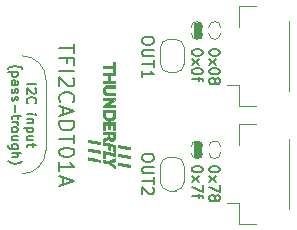
<source format=gbr>
%TF.GenerationSoftware,KiCad,Pcbnew,6.0.4-6f826c9f35~116~ubuntu20.04.1*%
%TF.CreationDate,2022-04-04T21:07:49+00:00*%
%TF.ProjectId,TFI2CADT01A,54464932-4341-4445-9430-31412e6b6963,rev?*%
%TF.SameCoordinates,PX7a53eb0PY6e37550*%
%TF.FileFunction,Legend,Top*%
%TF.FilePolarity,Positive*%
%FSLAX46Y46*%
G04 Gerber Fmt 4.6, Leading zero omitted, Abs format (unit mm)*
G04 Created by KiCad (PCBNEW 6.0.4-6f826c9f35~116~ubuntu20.04.1) date 2022-04-04 21:07:49*
%MOMM*%
%LPD*%
G01*
G04 APERTURE LIST*
%ADD10C,0.100000*%
%ADD11C,0.150000*%
%ADD12C,0.130000*%
%ADD13C,0.200000*%
G04 APERTURE END LIST*
D10*
X16646000Y9194000D02*
X17246000Y9194000D01*
X17246000Y9194000D02*
X17246000Y7894000D01*
X17246000Y7894000D02*
X16646000Y7894000D01*
X16646000Y7894000D02*
X16646000Y9194000D01*
G36*
X16646000Y9194000D02*
G01*
X17246000Y9194000D01*
X17246000Y7894000D01*
X16646000Y7894000D01*
X16646000Y9194000D01*
G37*
X16446000Y18394000D02*
G75*
G03*
X17446000Y18394000I500000J0D01*
G01*
X4146000Y14494000D02*
G75*
G03*
X2146001Y16494000I-2000000J0D01*
G01*
X18946000Y18894000D02*
G75*
G03*
X17946000Y18894000I-500000J0D01*
G01*
X17446000Y8794000D02*
G75*
G03*
X16446000Y8794000I-500000J0D01*
G01*
X18946000Y8794000D02*
G75*
G03*
X17946000Y8794000I-500000J0D01*
G01*
X17946000Y8294000D02*
G75*
G03*
X18946000Y8294000I500000J0D01*
G01*
X4146000Y8508214D02*
X4146001Y14479787D01*
X17446000Y18894000D02*
G75*
G03*
X16446000Y18894000I-500000J0D01*
G01*
X16446000Y8294000D02*
G75*
G03*
X17446000Y8294000I500000J0D01*
G01*
X16646000Y19294000D02*
X17246000Y19294000D01*
X17246000Y19294000D02*
X17246000Y17994000D01*
X17246000Y17994000D02*
X16646000Y17994000D01*
X16646000Y17994000D02*
X16646000Y19294000D01*
G36*
X16646000Y19294000D02*
G01*
X17246000Y19294000D01*
X17246000Y17994000D01*
X16646000Y17994000D01*
X16646000Y19294000D01*
G37*
X17946000Y18394000D02*
G75*
G03*
X18946000Y18394000I500000J0D01*
G01*
X2131786Y6508214D02*
G75*
G03*
X4131786Y8508213I14J1999986D01*
G01*
D11*
X13293619Y17870191D02*
X13293619Y17679715D01*
X13246000Y17584477D01*
X13150761Y17489239D01*
X12960285Y17441620D01*
X12626952Y17441620D01*
X12436476Y17489239D01*
X12341238Y17584477D01*
X12293619Y17679715D01*
X12293619Y17870191D01*
X12341238Y17965429D01*
X12436476Y18060667D01*
X12626952Y18108286D01*
X12960285Y18108286D01*
X13150761Y18060667D01*
X13246000Y17965429D01*
X13293619Y17870191D01*
X13293619Y17013048D02*
X12484095Y17013048D01*
X12388857Y16965429D01*
X12341238Y16917810D01*
X12293619Y16822572D01*
X12293619Y16632096D01*
X12341238Y16536858D01*
X12388857Y16489239D01*
X12484095Y16441620D01*
X13293619Y16441620D01*
X13293619Y16108286D02*
X13293619Y15536858D01*
X12293619Y15822572D02*
X13293619Y15822572D01*
X12293619Y14679715D02*
X12293619Y15251143D01*
X12293619Y14965429D02*
X13293619Y14965429D01*
X13150761Y15060667D01*
X13055523Y15155905D01*
X13007904Y15251143D01*
X2528095Y14084477D02*
X3328095Y14084477D01*
X3251904Y13741620D02*
X3290000Y13703524D01*
X3328095Y13627334D01*
X3328095Y13436858D01*
X3290000Y13360667D01*
X3251904Y13322572D01*
X3175714Y13284477D01*
X3099523Y13284477D01*
X2985238Y13322572D01*
X2528095Y13779715D01*
X2528095Y13284477D01*
X2604285Y12484477D02*
X2566190Y12522572D01*
X2528095Y12636858D01*
X2528095Y12713048D01*
X2566190Y12827334D01*
X2642380Y12903524D01*
X2718571Y12941620D01*
X2870952Y12979715D01*
X2985238Y12979715D01*
X3137619Y12941620D01*
X3213809Y12903524D01*
X3290000Y12827334D01*
X3328095Y12713048D01*
X3328095Y12636858D01*
X3290000Y12522572D01*
X3251904Y12484477D01*
X2528095Y11532096D02*
X3061428Y11532096D01*
X3328095Y11532096D02*
X3290000Y11570191D01*
X3251904Y11532096D01*
X3290000Y11494000D01*
X3328095Y11532096D01*
X3251904Y11532096D01*
X3061428Y11151143D02*
X2528095Y11151143D01*
X2985238Y11151143D02*
X3023333Y11113048D01*
X3061428Y11036858D01*
X3061428Y10922572D01*
X3023333Y10846381D01*
X2947142Y10808286D01*
X2528095Y10808286D01*
X3061428Y10427334D02*
X2261428Y10427334D01*
X3023333Y10427334D02*
X3061428Y10351143D01*
X3061428Y10198762D01*
X3023333Y10122572D01*
X2985238Y10084477D01*
X2909047Y10046381D01*
X2680476Y10046381D01*
X2604285Y10084477D01*
X2566190Y10122572D01*
X2528095Y10198762D01*
X2528095Y10351143D01*
X2566190Y10427334D01*
X3061428Y9360667D02*
X2528095Y9360667D01*
X3061428Y9703524D02*
X2642380Y9703524D01*
X2566190Y9665429D01*
X2528095Y9589239D01*
X2528095Y9474953D01*
X2566190Y9398762D01*
X2604285Y9360667D01*
X3061428Y9094001D02*
X3061428Y8789239D01*
X3328095Y8979715D02*
X2642380Y8979715D01*
X2566190Y8941620D01*
X2528095Y8865429D01*
X2528095Y8789239D01*
X935333Y15398762D02*
X973428Y15436858D01*
X1087714Y15513048D01*
X1163904Y15551143D01*
X1278190Y15589239D01*
X1468666Y15627334D01*
X1621047Y15627334D01*
X1811523Y15589239D01*
X1925809Y15551143D01*
X2002000Y15513048D01*
X2116285Y15436858D01*
X2154380Y15398762D01*
X1773428Y15094000D02*
X973428Y15094000D01*
X1735333Y15094000D02*
X1773428Y15017810D01*
X1773428Y14865429D01*
X1735333Y14789239D01*
X1697238Y14751143D01*
X1621047Y14713048D01*
X1392476Y14713048D01*
X1316285Y14751143D01*
X1278190Y14789239D01*
X1240095Y14865429D01*
X1240095Y15017810D01*
X1278190Y15094000D01*
X1240095Y14027334D02*
X1659142Y14027334D01*
X1735333Y14065429D01*
X1773428Y14141620D01*
X1773428Y14294000D01*
X1735333Y14370191D01*
X1278190Y14027334D02*
X1240095Y14103524D01*
X1240095Y14294000D01*
X1278190Y14370191D01*
X1354380Y14408286D01*
X1430571Y14408286D01*
X1506761Y14370191D01*
X1544857Y14294000D01*
X1544857Y14103524D01*
X1582952Y14027334D01*
X1278190Y13684477D02*
X1240095Y13608286D01*
X1240095Y13455905D01*
X1278190Y13379715D01*
X1354380Y13341620D01*
X1392476Y13341620D01*
X1468666Y13379715D01*
X1506761Y13455905D01*
X1506761Y13570191D01*
X1544857Y13646381D01*
X1621047Y13684477D01*
X1659142Y13684477D01*
X1735333Y13646381D01*
X1773428Y13570191D01*
X1773428Y13455905D01*
X1735333Y13379715D01*
X1278190Y13036858D02*
X1240095Y12960667D01*
X1240095Y12808286D01*
X1278190Y12732096D01*
X1354380Y12694000D01*
X1392476Y12694000D01*
X1468666Y12732096D01*
X1506761Y12808286D01*
X1506761Y12922572D01*
X1544857Y12998762D01*
X1621047Y13036858D01*
X1659142Y13036858D01*
X1735333Y12998762D01*
X1773428Y12922572D01*
X1773428Y12808286D01*
X1735333Y12732096D01*
X1544857Y12351143D02*
X1544857Y11741620D01*
X1773428Y11474953D02*
X1773428Y11170191D01*
X2040095Y11360667D02*
X1354380Y11360667D01*
X1278190Y11322572D01*
X1240095Y11246381D01*
X1240095Y11170191D01*
X1240095Y10903524D02*
X1773428Y10903524D01*
X1621047Y10903524D02*
X1697238Y10865429D01*
X1735333Y10827334D01*
X1773428Y10751143D01*
X1773428Y10674953D01*
X1240095Y10294000D02*
X1278190Y10370191D01*
X1316285Y10408286D01*
X1392476Y10446381D01*
X1621047Y10446381D01*
X1697238Y10408286D01*
X1735333Y10370191D01*
X1773428Y10294000D01*
X1773428Y10179715D01*
X1735333Y10103524D01*
X1697238Y10065429D01*
X1621047Y10027334D01*
X1392476Y10027334D01*
X1316285Y10065429D01*
X1278190Y10103524D01*
X1240095Y10179715D01*
X1240095Y10294000D01*
X1773428Y9341620D02*
X1240095Y9341620D01*
X1773428Y9684477D02*
X1354380Y9684477D01*
X1278190Y9646381D01*
X1240095Y9570191D01*
X1240095Y9455905D01*
X1278190Y9379715D01*
X1316285Y9341620D01*
X1773428Y8617810D02*
X1125809Y8617810D01*
X1049619Y8655905D01*
X1011523Y8694000D01*
X973428Y8770191D01*
X973428Y8884477D01*
X1011523Y8960667D01*
X1278190Y8617810D02*
X1240095Y8694000D01*
X1240095Y8846381D01*
X1278190Y8922572D01*
X1316285Y8960667D01*
X1392476Y8998762D01*
X1621047Y8998762D01*
X1697238Y8960667D01*
X1735333Y8922572D01*
X1773428Y8846381D01*
X1773428Y8694000D01*
X1735333Y8617810D01*
X1240095Y8236858D02*
X2040095Y8236858D01*
X1240095Y7894000D02*
X1659142Y7894000D01*
X1735333Y7932096D01*
X1773428Y8008286D01*
X1773428Y8122572D01*
X1735333Y8198762D01*
X1697238Y8236858D01*
X935333Y7589239D02*
X973428Y7551143D01*
X1087714Y7474953D01*
X1163904Y7436858D01*
X1278190Y7398762D01*
X1468666Y7360667D01*
X1621047Y7360667D01*
X1811523Y7398762D01*
X1925809Y7436858D01*
X2002000Y7474953D01*
X2116285Y7551143D01*
X2154380Y7589239D01*
D12*
X18863357Y6923786D02*
X18863357Y6838072D01*
X18820500Y6752358D01*
X18777642Y6709500D01*
X18691928Y6666643D01*
X18520500Y6623786D01*
X18306214Y6623786D01*
X18134785Y6666643D01*
X18049071Y6709500D01*
X18006214Y6752358D01*
X17963357Y6838072D01*
X17963357Y6923786D01*
X18006214Y7009500D01*
X18049071Y7052358D01*
X18134785Y7095215D01*
X18306214Y7138072D01*
X18520500Y7138072D01*
X18691928Y7095215D01*
X18777642Y7052358D01*
X18820500Y7009500D01*
X18863357Y6923786D01*
X17963357Y6323786D02*
X18563357Y5852358D01*
X18563357Y6323786D02*
X17963357Y5852358D01*
X18863357Y5595215D02*
X18863357Y4995215D01*
X17963357Y5380929D01*
X18477642Y4523786D02*
X18520500Y4609500D01*
X18563357Y4652358D01*
X18649071Y4695215D01*
X18691928Y4695215D01*
X18777642Y4652358D01*
X18820500Y4609500D01*
X18863357Y4523786D01*
X18863357Y4352358D01*
X18820500Y4266643D01*
X18777642Y4223786D01*
X18691928Y4180929D01*
X18649071Y4180929D01*
X18563357Y4223786D01*
X18520500Y4266643D01*
X18477642Y4352358D01*
X18477642Y4523786D01*
X18434785Y4609500D01*
X18391928Y4652358D01*
X18306214Y4695215D01*
X18134785Y4695215D01*
X18049071Y4652358D01*
X18006214Y4609500D01*
X17963357Y4523786D01*
X17963357Y4352358D01*
X18006214Y4266643D01*
X18049071Y4223786D01*
X18134785Y4180929D01*
X18306214Y4180929D01*
X18391928Y4223786D01*
X18434785Y4266643D01*
X18477642Y4352358D01*
X17414357Y6923786D02*
X17414357Y6838072D01*
X17371500Y6752358D01*
X17328642Y6709500D01*
X17242928Y6666643D01*
X17071500Y6623786D01*
X16857214Y6623786D01*
X16685785Y6666643D01*
X16600071Y6709500D01*
X16557214Y6752358D01*
X16514357Y6838072D01*
X16514357Y6923786D01*
X16557214Y7009500D01*
X16600071Y7052358D01*
X16685785Y7095215D01*
X16857214Y7138072D01*
X17071500Y7138072D01*
X17242928Y7095215D01*
X17328642Y7052358D01*
X17371500Y7009500D01*
X17414357Y6923786D01*
X16514357Y6323786D02*
X17114357Y5852358D01*
X17114357Y6323786D02*
X16514357Y5852358D01*
X17414357Y5595215D02*
X17414357Y4995215D01*
X16514357Y5380929D01*
X17114357Y4780929D02*
X17114357Y4438072D01*
X16514357Y4652358D02*
X17285785Y4652358D01*
X17371500Y4609500D01*
X17414357Y4523786D01*
X17414357Y4438072D01*
D11*
X13293619Y7970191D02*
X13293619Y7779715D01*
X13246000Y7684477D01*
X13150761Y7589239D01*
X12960285Y7541620D01*
X12626952Y7541620D01*
X12436476Y7589239D01*
X12341238Y7684477D01*
X12293619Y7779715D01*
X12293619Y7970191D01*
X12341238Y8065429D01*
X12436476Y8160667D01*
X12626952Y8208286D01*
X12960285Y8208286D01*
X13150761Y8160667D01*
X13246000Y8065429D01*
X13293619Y7970191D01*
X13293619Y7113048D02*
X12484095Y7113048D01*
X12388857Y7065429D01*
X12341238Y7017810D01*
X12293619Y6922572D01*
X12293619Y6732096D01*
X12341238Y6636858D01*
X12388857Y6589239D01*
X12484095Y6541620D01*
X13293619Y6541620D01*
X13293619Y6208286D02*
X13293619Y5636858D01*
X12293619Y5922572D02*
X13293619Y5922572D01*
X13198380Y5351143D02*
X13246000Y5303524D01*
X13293619Y5208286D01*
X13293619Y4970191D01*
X13246000Y4874953D01*
X13198380Y4827334D01*
X13103142Y4779715D01*
X13007904Y4779715D01*
X12865047Y4827334D01*
X12293619Y5398762D01*
X12293619Y4779715D01*
D13*
X6557904Y17498762D02*
X6557904Y16755905D01*
X5257904Y17127334D02*
X6557904Y17127334D01*
X5938857Y15889239D02*
X5938857Y16322572D01*
X5257904Y16322572D02*
X6557904Y16322572D01*
X6557904Y15703524D01*
X5257904Y15208286D02*
X6557904Y15208286D01*
X6434095Y14651143D02*
X6496000Y14589239D01*
X6557904Y14465429D01*
X6557904Y14155905D01*
X6496000Y14032096D01*
X6434095Y13970191D01*
X6310285Y13908286D01*
X6186476Y13908286D01*
X6000761Y13970191D01*
X5257904Y14713048D01*
X5257904Y13908286D01*
X5381714Y12608286D02*
X5319809Y12670191D01*
X5257904Y12855905D01*
X5257904Y12979715D01*
X5319809Y13165429D01*
X5443619Y13289239D01*
X5567428Y13351143D01*
X5815047Y13413048D01*
X6000761Y13413048D01*
X6248380Y13351143D01*
X6372190Y13289239D01*
X6496000Y13165429D01*
X6557904Y12979715D01*
X6557904Y12855905D01*
X6496000Y12670191D01*
X6434095Y12608286D01*
X5629333Y12113048D02*
X5629333Y11494000D01*
X5257904Y12236858D02*
X6557904Y11803524D01*
X5257904Y11370191D01*
X5257904Y10936858D02*
X6557904Y10936858D01*
X6557904Y10627334D01*
X6496000Y10441620D01*
X6372190Y10317810D01*
X6248380Y10255905D01*
X6000761Y10194000D01*
X5815047Y10194000D01*
X5567428Y10255905D01*
X5443619Y10317810D01*
X5319809Y10441620D01*
X5257904Y10627334D01*
X5257904Y10936858D01*
X6557904Y9822572D02*
X6557904Y9079715D01*
X5257904Y9451143D02*
X6557904Y9451143D01*
X6557904Y8398762D02*
X6557904Y8274953D01*
X6496000Y8151143D01*
X6434095Y8089239D01*
X6310285Y8027334D01*
X6062666Y7965429D01*
X5753142Y7965429D01*
X5505523Y8027334D01*
X5381714Y8089239D01*
X5319809Y8151143D01*
X5257904Y8274953D01*
X5257904Y8398762D01*
X5319809Y8522572D01*
X5381714Y8584477D01*
X5505523Y8646381D01*
X5753142Y8708286D01*
X6062666Y8708286D01*
X6310285Y8646381D01*
X6434095Y8584477D01*
X6496000Y8522572D01*
X6557904Y8398762D01*
X5257904Y6727334D02*
X5257904Y7470191D01*
X5257904Y7098762D02*
X6557904Y7098762D01*
X6372190Y7222572D01*
X6248380Y7346381D01*
X6186476Y7470191D01*
X5629333Y6232096D02*
X5629333Y5613048D01*
X5257904Y6355905D02*
X6557904Y5922572D01*
X5257904Y5489239D01*
D12*
X18863357Y16823786D02*
X18863357Y16738072D01*
X18820500Y16652358D01*
X18777642Y16609500D01*
X18691928Y16566643D01*
X18520500Y16523786D01*
X18306214Y16523786D01*
X18134785Y16566643D01*
X18049071Y16609500D01*
X18006214Y16652358D01*
X17963357Y16738072D01*
X17963357Y16823786D01*
X18006214Y16909500D01*
X18049071Y16952358D01*
X18134785Y16995215D01*
X18306214Y17038072D01*
X18520500Y17038072D01*
X18691928Y16995215D01*
X18777642Y16952358D01*
X18820500Y16909500D01*
X18863357Y16823786D01*
X17963357Y16223786D02*
X18563357Y15752358D01*
X18563357Y16223786D02*
X17963357Y15752358D01*
X18863357Y15238072D02*
X18863357Y15152358D01*
X18820500Y15066643D01*
X18777642Y15023786D01*
X18691928Y14980929D01*
X18520500Y14938072D01*
X18306214Y14938072D01*
X18134785Y14980929D01*
X18049071Y15023786D01*
X18006214Y15066643D01*
X17963357Y15152358D01*
X17963357Y15238072D01*
X18006214Y15323786D01*
X18049071Y15366643D01*
X18134785Y15409500D01*
X18306214Y15452358D01*
X18520500Y15452358D01*
X18691928Y15409500D01*
X18777642Y15366643D01*
X18820500Y15323786D01*
X18863357Y15238072D01*
X18477642Y14423786D02*
X18520500Y14509500D01*
X18563357Y14552358D01*
X18649071Y14595215D01*
X18691928Y14595215D01*
X18777642Y14552358D01*
X18820500Y14509500D01*
X18863357Y14423786D01*
X18863357Y14252358D01*
X18820500Y14166643D01*
X18777642Y14123786D01*
X18691928Y14080929D01*
X18649071Y14080929D01*
X18563357Y14123786D01*
X18520500Y14166643D01*
X18477642Y14252358D01*
X18477642Y14423786D01*
X18434785Y14509500D01*
X18391928Y14552358D01*
X18306214Y14595215D01*
X18134785Y14595215D01*
X18049071Y14552358D01*
X18006214Y14509500D01*
X17963357Y14423786D01*
X17963357Y14252358D01*
X18006214Y14166643D01*
X18049071Y14123786D01*
X18134785Y14080929D01*
X18306214Y14080929D01*
X18391928Y14123786D01*
X18434785Y14166643D01*
X18477642Y14252358D01*
X17414357Y16823786D02*
X17414357Y16738072D01*
X17371500Y16652358D01*
X17328642Y16609500D01*
X17242928Y16566643D01*
X17071500Y16523786D01*
X16857214Y16523786D01*
X16685785Y16566643D01*
X16600071Y16609500D01*
X16557214Y16652358D01*
X16514357Y16738072D01*
X16514357Y16823786D01*
X16557214Y16909500D01*
X16600071Y16952358D01*
X16685785Y16995215D01*
X16857214Y17038072D01*
X17071500Y17038072D01*
X17242928Y16995215D01*
X17328642Y16952358D01*
X17371500Y16909500D01*
X17414357Y16823786D01*
X16514357Y16223786D02*
X17114357Y15752358D01*
X17114357Y16223786D02*
X16514357Y15752358D01*
X17414357Y15238072D02*
X17414357Y15152358D01*
X17371500Y15066643D01*
X17328642Y15023786D01*
X17242928Y14980929D01*
X17071500Y14938072D01*
X16857214Y14938072D01*
X16685785Y14980929D01*
X16600071Y15023786D01*
X16557214Y15066643D01*
X16514357Y15152358D01*
X16514357Y15238072D01*
X16557214Y15323786D01*
X16600071Y15366643D01*
X16685785Y15409500D01*
X16857214Y15452358D01*
X17071500Y15452358D01*
X17242928Y15409500D01*
X17328642Y15366643D01*
X17371500Y15323786D01*
X17414357Y15238072D01*
X17114357Y14680929D02*
X17114357Y14338072D01*
X16514357Y14552358D02*
X17285785Y14552358D01*
X17371500Y14509500D01*
X17414357Y14423786D01*
X17414357Y14338072D01*
D10*
%TO.C,JP1*%
X15146000Y5094000D02*
X14546000Y5094000D01*
X14546000Y7894000D02*
X15146000Y7894000D01*
X15846000Y7194000D02*
X15846000Y5794000D01*
X13846000Y5794000D02*
X13846000Y7194000D01*
X13846000Y5794000D02*
G75*
G03*
X14546000Y5094000I700000J0D01*
G01*
X14546000Y7894000D02*
G75*
G03*
X13846000Y7194000I-1J-699999D01*
G01*
X15846000Y7194000D02*
G75*
G03*
X15146000Y7894000I-699999J1D01*
G01*
X15146000Y5094000D02*
G75*
G03*
X15846000Y5794000I0J700000D01*
G01*
%TO.C,JP2*%
X15146000Y15094000D02*
X14546000Y15094000D01*
X14546000Y17894000D02*
X15146000Y17894000D01*
X15846000Y17194000D02*
X15846000Y15794000D01*
X13846000Y15794000D02*
X13846000Y17194000D01*
X13846000Y15794000D02*
G75*
G03*
X14546000Y15094000I699999J-1D01*
G01*
X15846000Y17194000D02*
G75*
G03*
X15146000Y17894000I-700000J0D01*
G01*
X15146000Y15094000D02*
G75*
G03*
X15846000Y15794000I1J699999D01*
G01*
X14546000Y17894000D02*
G75*
G03*
X13846000Y17194000I0J-700000D01*
G01*
%TO.C,G1*%
G36*
X7714123Y9386487D02*
G01*
X7723334Y9384835D01*
X7744434Y9381102D01*
X7776393Y9375469D01*
X7818179Y9368118D01*
X7868761Y9359229D01*
X7927110Y9348984D01*
X7992193Y9337564D01*
X8062980Y9325149D01*
X8138441Y9311921D01*
X8217544Y9298060D01*
X8232209Y9295492D01*
X8732259Y9207901D01*
X8732273Y9114446D01*
X8731943Y9074735D01*
X8730867Y9046883D01*
X8728942Y9029651D01*
X8726062Y9021797D01*
X8724406Y9020992D01*
X8716845Y9022102D01*
X8697366Y9025317D01*
X8666969Y9030464D01*
X8626653Y9037371D01*
X8577419Y9045863D01*
X8520265Y9055769D01*
X8456192Y9066915D01*
X8386199Y9079128D01*
X8311284Y9092236D01*
X8232449Y9106065D01*
X8212742Y9109528D01*
X8133144Y9123502D01*
X8057256Y9136798D01*
X7986072Y9149242D01*
X7920589Y9160662D01*
X7861803Y9170885D01*
X7810709Y9179738D01*
X7768303Y9187048D01*
X7735580Y9192643D01*
X7713538Y9196349D01*
X7703171Y9197995D01*
X7702523Y9198064D01*
X7699950Y9204382D01*
X7697959Y9222395D01*
X7696643Y9250691D01*
X7696098Y9287858D01*
X7696088Y9293978D01*
X7696088Y9389892D01*
X7714123Y9386487D01*
G37*
X7714123Y9386487D02*
X7723334Y9384835D01*
X7744434Y9381102D01*
X7776393Y9375469D01*
X7818179Y9368118D01*
X7868761Y9359229D01*
X7927110Y9348984D01*
X7992193Y9337564D01*
X8062980Y9325149D01*
X8138441Y9311921D01*
X8217544Y9298060D01*
X8232209Y9295492D01*
X8732259Y9207901D01*
X8732273Y9114446D01*
X8731943Y9074735D01*
X8730867Y9046883D01*
X8728942Y9029651D01*
X8726062Y9021797D01*
X8724406Y9020992D01*
X8716845Y9022102D01*
X8697366Y9025317D01*
X8666969Y9030464D01*
X8626653Y9037371D01*
X8577419Y9045863D01*
X8520265Y9055769D01*
X8456192Y9066915D01*
X8386199Y9079128D01*
X8311284Y9092236D01*
X8232449Y9106065D01*
X8212742Y9109528D01*
X8133144Y9123502D01*
X8057256Y9136798D01*
X7986072Y9149242D01*
X7920589Y9160662D01*
X7861803Y9170885D01*
X7810709Y9179738D01*
X7768303Y9187048D01*
X7735580Y9192643D01*
X7713538Y9196349D01*
X7703171Y9197995D01*
X7702523Y9198064D01*
X7699950Y9204382D01*
X7697959Y9222395D01*
X7696643Y9250691D01*
X7696098Y9287858D01*
X7696088Y9293978D01*
X7696088Y9389892D01*
X7714123Y9386487D01*
G36*
X10283455Y8193543D02*
G01*
X10303025Y8190349D01*
X10333099Y8185282D01*
X10372476Y8178555D01*
X10419951Y8170379D01*
X10474322Y8160966D01*
X10534387Y8150526D01*
X10598941Y8139271D01*
X10666781Y8127413D01*
X10736706Y8115162D01*
X10807511Y8102730D01*
X10877994Y8090328D01*
X10946952Y8078169D01*
X11013181Y8066462D01*
X11075479Y8055419D01*
X11132643Y8045252D01*
X11183469Y8036172D01*
X11226755Y8028391D01*
X11261297Y8022119D01*
X11285893Y8017568D01*
X11299339Y8014949D01*
X11301472Y8014444D01*
X11304982Y8009192D01*
X11307430Y7995522D01*
X11308932Y7972070D01*
X11309606Y7937472D01*
X11309669Y7918672D01*
X11309669Y7825906D01*
X11291634Y7828613D01*
X11282433Y7830154D01*
X11261339Y7833782D01*
X11229381Y7839320D01*
X11187585Y7846586D01*
X11136978Y7855403D01*
X11078587Y7865592D01*
X11013439Y7876972D01*
X10942562Y7889366D01*
X10866982Y7902593D01*
X10787727Y7916475D01*
X10770279Y7919533D01*
X10266959Y8007746D01*
X10266935Y8101201D01*
X10267185Y8139533D01*
X10268056Y8166400D01*
X10269701Y8183445D01*
X10272274Y8192311D01*
X10275593Y8194655D01*
X10283455Y8193543D01*
G37*
X10283455Y8193543D02*
X10303025Y8190349D01*
X10333099Y8185282D01*
X10372476Y8178555D01*
X10419951Y8170379D01*
X10474322Y8160966D01*
X10534387Y8150526D01*
X10598941Y8139271D01*
X10666781Y8127413D01*
X10736706Y8115162D01*
X10807511Y8102730D01*
X10877994Y8090328D01*
X10946952Y8078169D01*
X11013181Y8066462D01*
X11075479Y8055419D01*
X11132643Y8045252D01*
X11183469Y8036172D01*
X11226755Y8028391D01*
X11261297Y8022119D01*
X11285893Y8017568D01*
X11299339Y8014949D01*
X11301472Y8014444D01*
X11304982Y8009192D01*
X11307430Y7995522D01*
X11308932Y7972070D01*
X11309606Y7937472D01*
X11309669Y7918672D01*
X11309669Y7825906D01*
X11291634Y7828613D01*
X11282433Y7830154D01*
X11261339Y7833782D01*
X11229381Y7839320D01*
X11187585Y7846586D01*
X11136978Y7855403D01*
X11078587Y7865592D01*
X11013439Y7876972D01*
X10942562Y7889366D01*
X10866982Y7902593D01*
X10787727Y7916475D01*
X10770279Y7919533D01*
X10266959Y8007746D01*
X10266935Y8101201D01*
X10267185Y8139533D01*
X10268056Y8166400D01*
X10269701Y8183445D01*
X10272274Y8192311D01*
X10275593Y8194655D01*
X10283455Y8193543D01*
G36*
X8996256Y9164046D02*
G01*
X9004928Y9162500D01*
X9025501Y9158870D01*
X9056957Y9153334D01*
X9098278Y9146073D01*
X9148445Y9137264D01*
X9206439Y9127086D01*
X9271242Y9115718D01*
X9341836Y9103339D01*
X9417202Y9090127D01*
X9496322Y9076262D01*
X9514337Y9073106D01*
X10017663Y8984921D01*
X10017681Y8678324D01*
X10017583Y8616312D01*
X10017295Y8558494D01*
X10016837Y8506155D01*
X10016230Y8460581D01*
X10015495Y8423055D01*
X10014652Y8394863D01*
X10013721Y8377290D01*
X10012781Y8371601D01*
X10004823Y8372597D01*
X9986482Y8375413D01*
X9960300Y8379644D01*
X9928820Y8384886D01*
X9921053Y8386199D01*
X9834245Y8400923D01*
X9832517Y8613876D01*
X9830790Y8826829D01*
X9732417Y8844894D01*
X9697311Y8851228D01*
X9666168Y8856634D01*
X9641553Y8860685D01*
X9626033Y8862950D01*
X9622566Y8863277D01*
X9619024Y8862561D01*
X9616293Y8859196D01*
X9614269Y8851690D01*
X9612846Y8838550D01*
X9611922Y8818281D01*
X9611390Y8789392D01*
X9611148Y8750387D01*
X9611090Y8699775D01*
X9611090Y8699197D01*
X9611037Y8648539D01*
X9610810Y8609531D01*
X9610304Y8580709D01*
X9609415Y8560605D01*
X9608038Y8547755D01*
X9606068Y8540693D01*
X9603402Y8537953D01*
X9599935Y8538069D01*
X9599613Y8538160D01*
X9589744Y8540344D01*
X9570474Y8544105D01*
X9544913Y8548882D01*
X9516173Y8554118D01*
X9487365Y8559250D01*
X9461601Y8563722D01*
X9441990Y8566972D01*
X9431646Y8568442D01*
X9431046Y8568474D01*
X9430070Y8574741D01*
X9429194Y8592377D01*
X9428456Y8619635D01*
X9427895Y8654767D01*
X9427547Y8696026D01*
X9427449Y8734069D01*
X9427439Y8899664D01*
X9281528Y8924891D01*
X9233431Y8933215D01*
X9184210Y8941747D01*
X9137220Y8949904D01*
X9095818Y8957105D01*
X9063359Y8962767D01*
X9058559Y8963606D01*
X8981500Y8977095D01*
X8981500Y9071948D01*
X8981552Y9108912D01*
X8981915Y9134692D01*
X8982898Y9151222D01*
X8984812Y9160436D01*
X8987965Y9164268D01*
X8992668Y9164649D01*
X8996256Y9164046D01*
G37*
X8996256Y9164046D02*
X9004928Y9162500D01*
X9025501Y9158870D01*
X9056957Y9153334D01*
X9098278Y9146073D01*
X9148445Y9137264D01*
X9206439Y9127086D01*
X9271242Y9115718D01*
X9341836Y9103339D01*
X9417202Y9090127D01*
X9496322Y9076262D01*
X9514337Y9073106D01*
X10017663Y8984921D01*
X10017681Y8678324D01*
X10017583Y8616312D01*
X10017295Y8558494D01*
X10016837Y8506155D01*
X10016230Y8460581D01*
X10015495Y8423055D01*
X10014652Y8394863D01*
X10013721Y8377290D01*
X10012781Y8371601D01*
X10004823Y8372597D01*
X9986482Y8375413D01*
X9960300Y8379644D01*
X9928820Y8384886D01*
X9921053Y8386199D01*
X9834245Y8400923D01*
X9832517Y8613876D01*
X9830790Y8826829D01*
X9732417Y8844894D01*
X9697311Y8851228D01*
X9666168Y8856634D01*
X9641553Y8860685D01*
X9626033Y8862950D01*
X9622566Y8863277D01*
X9619024Y8862561D01*
X9616293Y8859196D01*
X9614269Y8851690D01*
X9612846Y8838550D01*
X9611922Y8818281D01*
X9611390Y8789392D01*
X9611148Y8750387D01*
X9611090Y8699775D01*
X9611090Y8699197D01*
X9611037Y8648539D01*
X9610810Y8609531D01*
X9610304Y8580709D01*
X9609415Y8560605D01*
X9608038Y8547755D01*
X9606068Y8540693D01*
X9603402Y8537953D01*
X9599935Y8538069D01*
X9599613Y8538160D01*
X9589744Y8540344D01*
X9570474Y8544105D01*
X9544913Y8548882D01*
X9516173Y8554118D01*
X9487365Y8559250D01*
X9461601Y8563722D01*
X9441990Y8566972D01*
X9431646Y8568442D01*
X9431046Y8568474D01*
X9430070Y8574741D01*
X9429194Y8592377D01*
X9428456Y8619635D01*
X9427895Y8654767D01*
X9427547Y8696026D01*
X9427449Y8734069D01*
X9427439Y8899664D01*
X9281528Y8924891D01*
X9233431Y8933215D01*
X9184210Y8941747D01*
X9137220Y8949904D01*
X9095818Y8957105D01*
X9063359Y8962767D01*
X9058559Y8963606D01*
X8981500Y8977095D01*
X8981500Y9071948D01*
X8981552Y9108912D01*
X8981915Y9134692D01*
X8982898Y9151222D01*
X8984812Y9160436D01*
X8987965Y9164268D01*
X8992668Y9164649D01*
X8996256Y9164046D01*
G36*
X10017699Y12754021D02*
G01*
X9684870Y12533642D01*
X9352040Y12313263D01*
X9684870Y12313242D01*
X10017699Y12313220D01*
X10017699Y12123031D01*
X8981500Y12123031D01*
X8981500Y12278302D01*
X9337284Y12515454D01*
X9693067Y12752606D01*
X9337284Y12752614D01*
X8981500Y12752621D01*
X8981500Y12942809D01*
X10017699Y12942809D01*
X10017699Y12754021D01*
G37*
X10017699Y12754021D02*
X9684870Y12533642D01*
X9352040Y12313263D01*
X9684870Y12313242D01*
X10017699Y12313220D01*
X10017699Y12123031D01*
X8981500Y12123031D01*
X8981500Y12278302D01*
X9337284Y12515454D01*
X9693067Y12752606D01*
X9337284Y12752614D01*
X8981500Y12752621D01*
X8981500Y12942809D01*
X10017699Y12942809D01*
X10017699Y12754021D01*
G36*
X8994223Y8422280D02*
G01*
X9016600Y8418520D01*
X9049087Y8412925D01*
X9090501Y8405706D01*
X9139657Y8397076D01*
X9195371Y8387245D01*
X9256460Y8376426D01*
X9321739Y8364831D01*
X9390025Y8352671D01*
X9460133Y8340159D01*
X9530880Y8327506D01*
X9601081Y8314924D01*
X9669553Y8302625D01*
X9735111Y8290821D01*
X9796572Y8279724D01*
X9852752Y8269545D01*
X9902467Y8260496D01*
X9944532Y8252790D01*
X9977765Y8246637D01*
X10000980Y8242251D01*
X10012994Y8239842D01*
X10014430Y8239460D01*
X10015622Y8231927D01*
X10016386Y8213760D01*
X10016674Y8187436D01*
X10016438Y8155433D01*
X10016245Y8144440D01*
X10014420Y8053060D01*
X9614369Y8123242D01*
X9542933Y8135769D01*
X9474793Y8147707D01*
X9411140Y8158849D01*
X9353165Y8168987D01*
X9302058Y8177912D01*
X9259010Y8185417D01*
X9225212Y8191294D01*
X9201855Y8195334D01*
X9190129Y8197331D01*
X9189724Y8197397D01*
X9165130Y8201369D01*
X9165130Y8024219D01*
X9165067Y7971137D01*
X9164818Y7929746D01*
X9164298Y7898620D01*
X9163421Y7876333D01*
X9162101Y7861460D01*
X9160251Y7852576D01*
X9157785Y7848255D01*
X9154618Y7847072D01*
X9154427Y7847070D01*
X9144103Y7848167D01*
X9123758Y7851158D01*
X9096276Y7855595D01*
X9064541Y7861028D01*
X9062611Y7861367D01*
X8981500Y7875665D01*
X8981500Y8149929D01*
X8981538Y8208464D01*
X8981646Y8262718D01*
X8981816Y8311335D01*
X8982041Y8352960D01*
X8982311Y8386235D01*
X8982619Y8409804D01*
X8982957Y8422310D01*
X8983140Y8423992D01*
X8994223Y8422280D01*
G37*
X8994223Y8422280D02*
X9016600Y8418520D01*
X9049087Y8412925D01*
X9090501Y8405706D01*
X9139657Y8397076D01*
X9195371Y8387245D01*
X9256460Y8376426D01*
X9321739Y8364831D01*
X9390025Y8352671D01*
X9460133Y8340159D01*
X9530880Y8327506D01*
X9601081Y8314924D01*
X9669553Y8302625D01*
X9735111Y8290821D01*
X9796572Y8279724D01*
X9852752Y8269545D01*
X9902467Y8260496D01*
X9944532Y8252790D01*
X9977765Y8246637D01*
X10000980Y8242251D01*
X10012994Y8239842D01*
X10014430Y8239460D01*
X10015622Y8231927D01*
X10016386Y8213760D01*
X10016674Y8187436D01*
X10016438Y8155433D01*
X10016245Y8144440D01*
X10014420Y8053060D01*
X9614369Y8123242D01*
X9542933Y8135769D01*
X9474793Y8147707D01*
X9411140Y8158849D01*
X9353165Y8168987D01*
X9302058Y8177912D01*
X9259010Y8185417D01*
X9225212Y8191294D01*
X9201855Y8195334D01*
X9190129Y8197331D01*
X9189724Y8197397D01*
X9165130Y8201369D01*
X9165130Y8024219D01*
X9165067Y7971137D01*
X9164818Y7929746D01*
X9164298Y7898620D01*
X9163421Y7876333D01*
X9162101Y7861460D01*
X9160251Y7852576D01*
X9157785Y7848255D01*
X9154618Y7847072D01*
X9154427Y7847070D01*
X9144103Y7848167D01*
X9123758Y7851158D01*
X9096276Y7855595D01*
X9064541Y7861028D01*
X9062611Y7861367D01*
X8981500Y7875665D01*
X8981500Y8149929D01*
X8981538Y8208464D01*
X8981646Y8262718D01*
X8981816Y8311335D01*
X8982041Y8352960D01*
X8982311Y8386235D01*
X8982619Y8409804D01*
X8982957Y8422310D01*
X8983140Y8423992D01*
X8994223Y8422280D01*
G36*
X7708087Y7891493D02*
G01*
X7727100Y7888223D01*
X7757061Y7883018D01*
X7796988Y7876051D01*
X7845895Y7867494D01*
X7902798Y7857519D01*
X7966714Y7846298D01*
X8036658Y7834005D01*
X8111647Y7820811D01*
X8190697Y7806890D01*
X8217467Y7802172D01*
X8729009Y7712010D01*
X8730828Y7618863D01*
X8731419Y7582081D01*
X8731374Y7556434D01*
X8730492Y7539948D01*
X8728570Y7530650D01*
X8725405Y7526566D01*
X8721257Y7525717D01*
X8713130Y7526830D01*
X8693096Y7530053D01*
X8662165Y7535213D01*
X8621345Y7542137D01*
X8571647Y7550649D01*
X8514078Y7560578D01*
X8449650Y7571748D01*
X8379370Y7583987D01*
X8304248Y7597121D01*
X8225293Y7610977D01*
X8206666Y7614253D01*
X8127197Y7628227D01*
X8051498Y7641522D01*
X7980558Y7653966D01*
X7915365Y7665386D01*
X7856910Y7675609D01*
X7806181Y7684462D01*
X7764169Y7691772D01*
X7731861Y7697367D01*
X7710247Y7701074D01*
X7700317Y7702719D01*
X7699778Y7702789D01*
X7698473Y7708962D01*
X7697371Y7725946D01*
X7696561Y7751435D01*
X7696133Y7783123D01*
X7696088Y7797883D01*
X7696407Y7831471D01*
X7697285Y7859808D01*
X7698603Y7880598D01*
X7700241Y7891545D01*
X7701007Y7892656D01*
X7708087Y7891493D01*
G37*
X7708087Y7891493D02*
X7727100Y7888223D01*
X7757061Y7883018D01*
X7796988Y7876051D01*
X7845895Y7867494D01*
X7902798Y7857519D01*
X7966714Y7846298D01*
X8036658Y7834005D01*
X8111647Y7820811D01*
X8190697Y7806890D01*
X8217467Y7802172D01*
X8729009Y7712010D01*
X8730828Y7618863D01*
X8731419Y7582081D01*
X8731374Y7556434D01*
X8730492Y7539948D01*
X8728570Y7530650D01*
X8725405Y7526566D01*
X8721257Y7525717D01*
X8713130Y7526830D01*
X8693096Y7530053D01*
X8662165Y7535213D01*
X8621345Y7542137D01*
X8571647Y7550649D01*
X8514078Y7560578D01*
X8449650Y7571748D01*
X8379370Y7583987D01*
X8304248Y7597121D01*
X8225293Y7610977D01*
X8206666Y7614253D01*
X8127197Y7628227D01*
X8051498Y7641522D01*
X7980558Y7653966D01*
X7915365Y7665386D01*
X7856910Y7675609D01*
X7806181Y7684462D01*
X7764169Y7691772D01*
X7731861Y7697367D01*
X7710247Y7701074D01*
X7700317Y7702719D01*
X7699778Y7702789D01*
X7698473Y7708962D01*
X7697371Y7725946D01*
X7696561Y7751435D01*
X7696133Y7783123D01*
X7696088Y7797883D01*
X7696407Y7831471D01*
X7697285Y7859808D01*
X7698603Y7880598D01*
X7700241Y7891545D01*
X7701007Y7892656D01*
X7708087Y7891493D01*
G36*
X10017699Y14864369D02*
G01*
X9611090Y14864369D01*
X9611090Y14385619D01*
X10017699Y14385619D01*
X10017699Y14195430D01*
X8981500Y14195430D01*
X8981500Y14385619D01*
X9427459Y14385619D01*
X9427459Y14864369D01*
X8981500Y14864369D01*
X8981500Y15054557D01*
X10017699Y15054557D01*
X10017699Y14864369D01*
G37*
X10017699Y14864369D02*
X9611090Y14864369D01*
X9611090Y14385619D01*
X10017699Y14385619D01*
X10017699Y14195430D01*
X8981500Y14195430D01*
X8981500Y14385619D01*
X9427459Y14385619D01*
X9427459Y14864369D01*
X8981500Y14864369D01*
X8981500Y15054557D01*
X10017699Y15054557D01*
X10017699Y14864369D01*
G36*
X10015966Y11662316D02*
G01*
X10015195Y11593921D01*
X10014336Y11537049D01*
X10013166Y11490107D01*
X10011460Y11451504D01*
X10008995Y11419646D01*
X10005544Y11392942D01*
X10000885Y11369798D01*
X9994793Y11348623D01*
X9987043Y11327823D01*
X9977411Y11305807D01*
X9965672Y11280981D01*
X9960818Y11270905D01*
X9944455Y11239024D01*
X9928329Y11213218D01*
X9909210Y11189024D01*
X9883870Y11161976D01*
X9877166Y11155225D01*
X9848879Y11128077D01*
X9824420Y11107857D01*
X9799320Y11091334D01*
X9769111Y11075276D01*
X9761486Y11071558D01*
X9722543Y11053481D01*
X9688874Y11039962D01*
X9657330Y11030362D01*
X9624760Y11024040D01*
X9588012Y11020354D01*
X9543936Y11018665D01*
X9499600Y11018321D01*
X9446840Y11018849D01*
X9404049Y11020859D01*
X9368106Y11024993D01*
X9335892Y11031891D01*
X9304285Y11042194D01*
X9270165Y11056544D01*
X9237271Y11072197D01*
X9173241Y11110814D01*
X9117009Y11159510D01*
X9069573Y11217149D01*
X9031928Y11282595D01*
X9013847Y11326865D01*
X9005588Y11351710D01*
X8998845Y11375491D01*
X8993470Y11399880D01*
X8989311Y11426548D01*
X8986220Y11457165D01*
X8984047Y11493402D01*
X8982641Y11536931D01*
X8981852Y11589421D01*
X8981532Y11652545D01*
X8981500Y11687486D01*
X8981500Y11722980D01*
X9150923Y11722980D01*
X9153108Y11577059D01*
X9155293Y11431139D01*
X9176111Y11387194D01*
X9206606Y11336828D01*
X9246059Y11295706D01*
X9294605Y11263757D01*
X9352379Y11240915D01*
X9419515Y11227109D01*
X9496149Y11222272D01*
X9499600Y11222264D01*
X9576638Y11226724D01*
X9644173Y11240149D01*
X9702340Y11262608D01*
X9751274Y11294170D01*
X9791108Y11334903D01*
X9821979Y11384877D01*
X9823088Y11387194D01*
X9843907Y11431139D01*
X9845997Y11577059D01*
X9848087Y11722980D01*
X9150923Y11722980D01*
X8981500Y11722980D01*
X8981500Y11913168D01*
X10018663Y11913168D01*
X10015966Y11662316D01*
G37*
X10015966Y11662316D02*
X10015195Y11593921D01*
X10014336Y11537049D01*
X10013166Y11490107D01*
X10011460Y11451504D01*
X10008995Y11419646D01*
X10005544Y11392942D01*
X10000885Y11369798D01*
X9994793Y11348623D01*
X9987043Y11327823D01*
X9977411Y11305807D01*
X9965672Y11280981D01*
X9960818Y11270905D01*
X9944455Y11239024D01*
X9928329Y11213218D01*
X9909210Y11189024D01*
X9883870Y11161976D01*
X9877166Y11155225D01*
X9848879Y11128077D01*
X9824420Y11107857D01*
X9799320Y11091334D01*
X9769111Y11075276D01*
X9761486Y11071558D01*
X9722543Y11053481D01*
X9688874Y11039962D01*
X9657330Y11030362D01*
X9624760Y11024040D01*
X9588012Y11020354D01*
X9543936Y11018665D01*
X9499600Y11018321D01*
X9446840Y11018849D01*
X9404049Y11020859D01*
X9368106Y11024993D01*
X9335892Y11031891D01*
X9304285Y11042194D01*
X9270165Y11056544D01*
X9237271Y11072197D01*
X9173241Y11110814D01*
X9117009Y11159510D01*
X9069573Y11217149D01*
X9031928Y11282595D01*
X9013847Y11326865D01*
X9005588Y11351710D01*
X8998845Y11375491D01*
X8993470Y11399880D01*
X8989311Y11426548D01*
X8986220Y11457165D01*
X8984047Y11493402D01*
X8982641Y11536931D01*
X8981852Y11589421D01*
X8981532Y11652545D01*
X8981500Y11687486D01*
X8981500Y11722980D01*
X9150923Y11722980D01*
X9153108Y11577059D01*
X9155293Y11431139D01*
X9176111Y11387194D01*
X9206606Y11336828D01*
X9246059Y11295706D01*
X9294605Y11263757D01*
X9352379Y11240915D01*
X9419515Y11227109D01*
X9496149Y11222272D01*
X9499600Y11222264D01*
X9576638Y11226724D01*
X9644173Y11240149D01*
X9702340Y11262608D01*
X9751274Y11294170D01*
X9791108Y11334903D01*
X9821979Y11384877D01*
X9823088Y11387194D01*
X9843907Y11431139D01*
X9845997Y11577059D01*
X9848087Y11722980D01*
X9150923Y11722980D01*
X8981500Y11722980D01*
X8981500Y11913168D01*
X10018663Y11913168D01*
X10015966Y11662316D01*
G36*
X10017699Y9805748D02*
G01*
X10017641Y9744221D01*
X10017415Y9694185D01*
X10016944Y9654015D01*
X10016150Y9622089D01*
X10014956Y9596780D01*
X10013283Y9576464D01*
X10011056Y9559518D01*
X10008195Y9544315D01*
X10004624Y9529232D01*
X10004479Y9528663D01*
X9982896Y9464363D01*
X9953541Y9410617D01*
X9916288Y9367326D01*
X9871011Y9334393D01*
X9817582Y9311721D01*
X9755877Y9299210D01*
X9704514Y9296437D01*
X9638488Y9301194D01*
X9580740Y9315756D01*
X9530372Y9340558D01*
X9486483Y9376036D01*
X9450413Y9419391D01*
X9435167Y9440466D01*
X9422489Y9456711D01*
X9414369Y9465628D01*
X9412819Y9466584D01*
X9406242Y9463687D01*
X9389683Y9455384D01*
X9364702Y9442502D01*
X9332859Y9425870D01*
X9295714Y9406315D01*
X9254825Y9384664D01*
X9211752Y9361744D01*
X9168055Y9338384D01*
X9125293Y9315411D01*
X9085025Y9293652D01*
X9048812Y9273935D01*
X9022489Y9259458D01*
X8981500Y9236771D01*
X8981639Y9343663D01*
X8981777Y9450555D01*
X9173467Y9549989D01*
X9365156Y9649422D01*
X9368786Y9840770D01*
X9524510Y9840770D01*
X9526811Y9730919D01*
X9527748Y9690307D01*
X9528852Y9660265D01*
X9530498Y9638249D01*
X9533061Y9621717D01*
X9536917Y9608124D01*
X9542442Y9594926D01*
X9548786Y9582005D01*
X9572831Y9544382D01*
X9601962Y9518116D01*
X9637743Y9501928D01*
X9650743Y9498691D01*
X9699847Y9493682D01*
X9744631Y9499497D01*
X9783679Y9515549D01*
X9815571Y9541248D01*
X9838888Y9576006D01*
X9839319Y9576922D01*
X9845755Y9591461D01*
X9850460Y9604963D01*
X9853764Y9619925D01*
X9855997Y9638845D01*
X9857489Y9664220D01*
X9858570Y9698548D01*
X9859225Y9727640D01*
X9861600Y9840770D01*
X9524510Y9840770D01*
X9368786Y9840770D01*
X8981500Y9840770D01*
X8981500Y10030958D01*
X10017699Y10030958D01*
X10017699Y9805748D01*
G37*
X10017699Y9805748D02*
X10017641Y9744221D01*
X10017415Y9694185D01*
X10016944Y9654015D01*
X10016150Y9622089D01*
X10014956Y9596780D01*
X10013283Y9576464D01*
X10011056Y9559518D01*
X10008195Y9544315D01*
X10004624Y9529232D01*
X10004479Y9528663D01*
X9982896Y9464363D01*
X9953541Y9410617D01*
X9916288Y9367326D01*
X9871011Y9334393D01*
X9817582Y9311721D01*
X9755877Y9299210D01*
X9704514Y9296437D01*
X9638488Y9301194D01*
X9580740Y9315756D01*
X9530372Y9340558D01*
X9486483Y9376036D01*
X9450413Y9419391D01*
X9435167Y9440466D01*
X9422489Y9456711D01*
X9414369Y9465628D01*
X9412819Y9466584D01*
X9406242Y9463687D01*
X9389683Y9455384D01*
X9364702Y9442502D01*
X9332859Y9425870D01*
X9295714Y9406315D01*
X9254825Y9384664D01*
X9211752Y9361744D01*
X9168055Y9338384D01*
X9125293Y9315411D01*
X9085025Y9293652D01*
X9048812Y9273935D01*
X9022489Y9259458D01*
X8981500Y9236771D01*
X8981639Y9343663D01*
X8981777Y9450555D01*
X9173467Y9549989D01*
X9365156Y9649422D01*
X9368786Y9840770D01*
X9524510Y9840770D01*
X9526811Y9730919D01*
X9527748Y9690307D01*
X9528852Y9660265D01*
X9530498Y9638249D01*
X9533061Y9621717D01*
X9536917Y9608124D01*
X9542442Y9594926D01*
X9548786Y9582005D01*
X9572831Y9544382D01*
X9601962Y9518116D01*
X9637743Y9501928D01*
X9650743Y9498691D01*
X9699847Y9493682D01*
X9744631Y9499497D01*
X9783679Y9515549D01*
X9815571Y9541248D01*
X9838888Y9576006D01*
X9839319Y9576922D01*
X9845755Y9591461D01*
X9850460Y9604963D01*
X9853764Y9619925D01*
X9855997Y9638845D01*
X9857489Y9664220D01*
X9858570Y9698548D01*
X9859225Y9727640D01*
X9861600Y9840770D01*
X9524510Y9840770D01*
X9368786Y9840770D01*
X8981500Y9840770D01*
X8981500Y10030958D01*
X10017699Y10030958D01*
X10017699Y9805748D01*
G36*
X10017699Y13809242D02*
G01*
X9675032Y13807032D01*
X9599099Y13806527D01*
X9535098Y13806039D01*
X9481843Y13805517D01*
X9438149Y13804910D01*
X9402832Y13804166D01*
X9374706Y13803234D01*
X9352586Y13802062D01*
X9335289Y13800600D01*
X9321628Y13798795D01*
X9310418Y13796597D01*
X9300475Y13793954D01*
X9290614Y13790815D01*
X9289101Y13790309D01*
X9239390Y13767823D01*
X9199932Y13737162D01*
X9170735Y13698336D01*
X9151803Y13651357D01*
X9143144Y13596236D01*
X9144764Y13532985D01*
X9145239Y13528470D01*
X9155883Y13476422D01*
X9175701Y13432948D01*
X9205116Y13397670D01*
X9244547Y13370206D01*
X9294418Y13350178D01*
X9355149Y13337205D01*
X9357979Y13336804D01*
X9376960Y13335131D01*
X9407848Y13333640D01*
X9449438Y13332354D01*
X9500521Y13331299D01*
X9559890Y13330497D01*
X9626338Y13329973D01*
X9698658Y13329751D01*
X9713217Y13329745D01*
X10017699Y13329745D01*
X10017699Y13139556D01*
X9696821Y13139556D01*
X9614504Y13139643D01*
X9544042Y13139956D01*
X9484174Y13140579D01*
X9433639Y13141591D01*
X9391177Y13143074D01*
X9355528Y13145110D01*
X9325429Y13147780D01*
X9299621Y13151165D01*
X9276843Y13155346D01*
X9255834Y13160405D01*
X9235333Y13166423D01*
X9224217Y13170038D01*
X9156989Y13198403D01*
X9099618Y13235400D01*
X9051974Y13281159D01*
X9013929Y13335807D01*
X8985354Y13399473D01*
X8981262Y13411722D01*
X8972894Y13447629D01*
X8967019Y13492538D01*
X8963734Y13542558D01*
X8963135Y13593796D01*
X8965319Y13642359D01*
X8970384Y13684355D01*
X8974040Y13701726D01*
X8997196Y13769857D01*
X9029935Y13829217D01*
X9072453Y13880002D01*
X9124944Y13922407D01*
X9187604Y13956631D01*
X9250494Y13979887D01*
X9261451Y13983116D01*
X9272080Y13985849D01*
X9283550Y13988138D01*
X9297029Y13990031D01*
X9313683Y13991576D01*
X9334682Y13992824D01*
X9361193Y13993824D01*
X9394385Y13994625D01*
X9435424Y13995276D01*
X9485479Y13995826D01*
X9545718Y13996325D01*
X9617309Y13996821D01*
X9658637Y13997090D01*
X10017699Y13999401D01*
X10017699Y13809242D01*
G37*
X10017699Y13809242D02*
X9675032Y13807032D01*
X9599099Y13806527D01*
X9535098Y13806039D01*
X9481843Y13805517D01*
X9438149Y13804910D01*
X9402832Y13804166D01*
X9374706Y13803234D01*
X9352586Y13802062D01*
X9335289Y13800600D01*
X9321628Y13798795D01*
X9310418Y13796597D01*
X9300475Y13793954D01*
X9290614Y13790815D01*
X9289101Y13790309D01*
X9239390Y13767823D01*
X9199932Y13737162D01*
X9170735Y13698336D01*
X9151803Y13651357D01*
X9143144Y13596236D01*
X9144764Y13532985D01*
X9145239Y13528470D01*
X9155883Y13476422D01*
X9175701Y13432948D01*
X9205116Y13397670D01*
X9244547Y13370206D01*
X9294418Y13350178D01*
X9355149Y13337205D01*
X9357979Y13336804D01*
X9376960Y13335131D01*
X9407848Y13333640D01*
X9449438Y13332354D01*
X9500521Y13331299D01*
X9559890Y13330497D01*
X9626338Y13329973D01*
X9698658Y13329751D01*
X9713217Y13329745D01*
X10017699Y13329745D01*
X10017699Y13139556D01*
X9696821Y13139556D01*
X9614504Y13139643D01*
X9544042Y13139956D01*
X9484174Y13140579D01*
X9433639Y13141591D01*
X9391177Y13143074D01*
X9355528Y13145110D01*
X9325429Y13147780D01*
X9299621Y13151165D01*
X9276843Y13155346D01*
X9255834Y13160405D01*
X9235333Y13166423D01*
X9224217Y13170038D01*
X9156989Y13198403D01*
X9099618Y13235400D01*
X9051974Y13281159D01*
X9013929Y13335807D01*
X8985354Y13399473D01*
X8981262Y13411722D01*
X8972894Y13447629D01*
X8967019Y13492538D01*
X8963734Y13542558D01*
X8963135Y13593796D01*
X8965319Y13642359D01*
X8970384Y13684355D01*
X8974040Y13701726D01*
X8997196Y13769857D01*
X9029935Y13829217D01*
X9072453Y13880002D01*
X9124944Y13922407D01*
X9187604Y13956631D01*
X9250494Y13979887D01*
X9261451Y13983116D01*
X9272080Y13985849D01*
X9283550Y13988138D01*
X9297029Y13990031D01*
X9313683Y13991576D01*
X9334682Y13992824D01*
X9361193Y13993824D01*
X9394385Y13994625D01*
X9435424Y13995276D01*
X9485479Y13995826D01*
X9545718Y13996325D01*
X9617309Y13996821D01*
X9658637Y13997090D01*
X10017699Y13999401D01*
X10017699Y13809242D01*
G36*
X10013911Y7823248D02*
G01*
X10015826Y7815178D01*
X10016762Y7800090D01*
X10016910Y7776136D01*
X10016456Y7741465D01*
X10016235Y7728943D01*
X10014420Y7628870D01*
X9812755Y7546943D01*
X9764592Y7527249D01*
X9720549Y7508993D01*
X9682042Y7492781D01*
X9650488Y7479220D01*
X9627300Y7468916D01*
X9613895Y7462474D01*
X9611090Y7460600D01*
X9616181Y7455845D01*
X9630694Y7444184D01*
X9653490Y7426485D01*
X9683427Y7403619D01*
X9719366Y7376456D01*
X9760167Y7345865D01*
X9804689Y7312716D01*
X9814177Y7305680D01*
X10017264Y7155177D01*
X10017482Y7054777D01*
X10017302Y7014460D01*
X10016498Y6986017D01*
X10014973Y6968218D01*
X10012631Y6959832D01*
X10010035Y6959114D01*
X10003523Y6963932D01*
X9987633Y6976031D01*
X9963351Y6994652D01*
X9931660Y7019037D01*
X9893547Y7048425D01*
X9849996Y7082059D01*
X9801992Y7119178D01*
X9750520Y7159024D01*
X9725858Y7178131D01*
X9673177Y7218938D01*
X9623558Y7257340D01*
X9577980Y7292581D01*
X9537420Y7323906D01*
X9502857Y7350562D01*
X9475268Y7371794D01*
X9455631Y7386848D01*
X9444923Y7394969D01*
X9443257Y7396174D01*
X9436063Y7397907D01*
X9417753Y7401604D01*
X9390126Y7406938D01*
X9354982Y7413581D01*
X9314120Y7421203D01*
X9269339Y7429477D01*
X9222437Y7438074D01*
X9175214Y7446667D01*
X9129469Y7454926D01*
X9087000Y7462524D01*
X9049608Y7469133D01*
X9019090Y7474424D01*
X8997246Y7478068D01*
X8985875Y7479738D01*
X8984893Y7479809D01*
X8983694Y7485983D01*
X8982681Y7502969D01*
X8981936Y7528462D01*
X8981542Y7560159D01*
X8981500Y7575028D01*
X8981500Y7670247D01*
X8996256Y7666817D01*
X9008295Y7664402D01*
X9030790Y7660247D01*
X9061869Y7654674D01*
X9099664Y7648004D01*
X9142305Y7640558D01*
X9187920Y7632656D01*
X9234640Y7624621D01*
X9280594Y7616772D01*
X9323914Y7609432D01*
X9362728Y7602921D01*
X9395166Y7597560D01*
X9419359Y7593671D01*
X9433436Y7591575D01*
X9436094Y7591299D01*
X9444004Y7593777D01*
X9462730Y7600870D01*
X9491017Y7612067D01*
X9527606Y7626858D01*
X9571241Y7644731D01*
X9620666Y7665175D01*
X9674624Y7687679D01*
X9720344Y7706879D01*
X9777130Y7730763D01*
X9830454Y7753123D01*
X9879048Y7773433D01*
X9921642Y7791165D01*
X9956968Y7805792D01*
X9983757Y7816787D01*
X10000740Y7823623D01*
X10006398Y7825738D01*
X10010831Y7826151D01*
X10013911Y7823248D01*
G37*
X10013911Y7823248D02*
X10015826Y7815178D01*
X10016762Y7800090D01*
X10016910Y7776136D01*
X10016456Y7741465D01*
X10016235Y7728943D01*
X10014420Y7628870D01*
X9812755Y7546943D01*
X9764592Y7527249D01*
X9720549Y7508993D01*
X9682042Y7492781D01*
X9650488Y7479220D01*
X9627300Y7468916D01*
X9613895Y7462474D01*
X9611090Y7460600D01*
X9616181Y7455845D01*
X9630694Y7444184D01*
X9653490Y7426485D01*
X9683427Y7403619D01*
X9719366Y7376456D01*
X9760167Y7345865D01*
X9804689Y7312716D01*
X9814177Y7305680D01*
X10017264Y7155177D01*
X10017482Y7054777D01*
X10017302Y7014460D01*
X10016498Y6986017D01*
X10014973Y6968218D01*
X10012631Y6959832D01*
X10010035Y6959114D01*
X10003523Y6963932D01*
X9987633Y6976031D01*
X9963351Y6994652D01*
X9931660Y7019037D01*
X9893547Y7048425D01*
X9849996Y7082059D01*
X9801992Y7119178D01*
X9750520Y7159024D01*
X9725858Y7178131D01*
X9673177Y7218938D01*
X9623558Y7257340D01*
X9577980Y7292581D01*
X9537420Y7323906D01*
X9502857Y7350562D01*
X9475268Y7371794D01*
X9455631Y7386848D01*
X9444923Y7394969D01*
X9443257Y7396174D01*
X9436063Y7397907D01*
X9417753Y7401604D01*
X9390126Y7406938D01*
X9354982Y7413581D01*
X9314120Y7421203D01*
X9269339Y7429477D01*
X9222437Y7438074D01*
X9175214Y7446667D01*
X9129469Y7454926D01*
X9087000Y7462524D01*
X9049608Y7469133D01*
X9019090Y7474424D01*
X8997246Y7478068D01*
X8985875Y7479738D01*
X8984893Y7479809D01*
X8983694Y7485983D01*
X8982681Y7502969D01*
X8981936Y7528462D01*
X8981542Y7560159D01*
X8981500Y7575028D01*
X8981500Y7670247D01*
X8996256Y7666817D01*
X9008295Y7664402D01*
X9030790Y7660247D01*
X9061869Y7654674D01*
X9099664Y7648004D01*
X9142305Y7640558D01*
X9187920Y7632656D01*
X9234640Y7624621D01*
X9280594Y7616772D01*
X9323914Y7609432D01*
X9362728Y7602921D01*
X9395166Y7597560D01*
X9419359Y7593671D01*
X9433436Y7591575D01*
X9436094Y7591299D01*
X9444004Y7593777D01*
X9462730Y7600870D01*
X9491017Y7612067D01*
X9527606Y7626858D01*
X9571241Y7644731D01*
X9620666Y7665175D01*
X9674624Y7687679D01*
X9720344Y7706879D01*
X9777130Y7730763D01*
X9830454Y7753123D01*
X9879048Y7773433D01*
X9921642Y7791165D01*
X9956968Y7805792D01*
X9983757Y7816787D01*
X10000740Y7823623D01*
X10006398Y7825738D01*
X10010831Y7826151D01*
X10013911Y7823248D01*
G36*
X7707565Y8643257D02*
G01*
X7715734Y8641720D01*
X7735798Y8638111D01*
X7766732Y8632609D01*
X7807509Y8625396D01*
X7857103Y8616652D01*
X7914488Y8606557D01*
X7978639Y8595294D01*
X8048529Y8583041D01*
X8123132Y8569980D01*
X8201422Y8556292D01*
X8207630Y8555207D01*
X8286364Y8541445D01*
X8361639Y8528274D01*
X8432412Y8515877D01*
X8497638Y8504440D01*
X8556274Y8494144D01*
X8607274Y8485173D01*
X8649595Y8477712D01*
X8682193Y8471942D01*
X8704023Y8468049D01*
X8714042Y8466215D01*
X8714253Y8466173D01*
X8732288Y8462500D01*
X8732288Y8271932D01*
X8717532Y8275489D01*
X8708833Y8277166D01*
X8688245Y8280916D01*
X8656798Y8286554D01*
X8615524Y8293900D01*
X8565453Y8302771D01*
X8507619Y8312983D01*
X8443051Y8324356D01*
X8372781Y8336706D01*
X8297841Y8349852D01*
X8219261Y8363610D01*
X8210909Y8365071D01*
X8132108Y8378871D01*
X8056913Y8392073D01*
X7986346Y8404497D01*
X7921430Y8415961D01*
X7863187Y8426283D01*
X7812640Y8435281D01*
X7770811Y8442774D01*
X7738722Y8448581D01*
X7717395Y8452519D01*
X7707854Y8454407D01*
X7707565Y8454482D01*
X7703028Y8457054D01*
X7699861Y8462995D01*
X7697823Y8474338D01*
X7696675Y8493116D01*
X7696178Y8521361D01*
X7696088Y8551907D01*
X7696208Y8588796D01*
X7696726Y8614476D01*
X7697884Y8630855D01*
X7699919Y8639840D01*
X7703072Y8643337D01*
X7707565Y8643257D01*
G37*
X7707565Y8643257D02*
X7715734Y8641720D01*
X7735798Y8638111D01*
X7766732Y8632609D01*
X7807509Y8625396D01*
X7857103Y8616652D01*
X7914488Y8606557D01*
X7978639Y8595294D01*
X8048529Y8583041D01*
X8123132Y8569980D01*
X8201422Y8556292D01*
X8207630Y8555207D01*
X8286364Y8541445D01*
X8361639Y8528274D01*
X8432412Y8515877D01*
X8497638Y8504440D01*
X8556274Y8494144D01*
X8607274Y8485173D01*
X8649595Y8477712D01*
X8682193Y8471942D01*
X8704023Y8468049D01*
X8714042Y8466215D01*
X8714253Y8466173D01*
X8732288Y8462500D01*
X8732288Y8271932D01*
X8717532Y8275489D01*
X8708833Y8277166D01*
X8688245Y8280916D01*
X8656798Y8286554D01*
X8615524Y8293900D01*
X8565453Y8302771D01*
X8507619Y8312983D01*
X8443051Y8324356D01*
X8372781Y8336706D01*
X8297841Y8349852D01*
X8219261Y8363610D01*
X8210909Y8365071D01*
X8132108Y8378871D01*
X8056913Y8392073D01*
X7986346Y8404497D01*
X7921430Y8415961D01*
X7863187Y8426283D01*
X7812640Y8435281D01*
X7770811Y8442774D01*
X7738722Y8448581D01*
X7717395Y8452519D01*
X7707854Y8454407D01*
X7707565Y8454482D01*
X7703028Y8457054D01*
X7699861Y8462995D01*
X7697823Y8474338D01*
X7696675Y8493116D01*
X7696178Y8521361D01*
X7696088Y8551907D01*
X7696208Y8588796D01*
X7696726Y8614476D01*
X7697884Y8630855D01*
X7699919Y8639840D01*
X7703072Y8643337D01*
X7707565Y8643257D01*
G36*
X10281668Y8940159D02*
G01*
X10290413Y8938471D01*
X10311025Y8934717D01*
X10342449Y8929083D01*
X10383633Y8921756D01*
X10433520Y8912921D01*
X10491057Y8902766D01*
X10555190Y8891477D01*
X10624863Y8879240D01*
X10699023Y8866241D01*
X10768616Y8854066D01*
X10846530Y8840435D01*
X10921370Y8827319D01*
X10992024Y8814913D01*
X11057380Y8803416D01*
X11116325Y8793022D01*
X11167746Y8783928D01*
X11210532Y8776331D01*
X11243569Y8770428D01*
X11265746Y8766413D01*
X11275239Y8764630D01*
X11309669Y8757733D01*
X11309669Y8568224D01*
X11294913Y8571659D01*
X11286207Y8573318D01*
X11265615Y8577047D01*
X11234171Y8582663D01*
X11192911Y8589984D01*
X11142870Y8598828D01*
X11085083Y8609011D01*
X11020585Y8620351D01*
X10950411Y8632666D01*
X10875596Y8645772D01*
X10797175Y8659488D01*
X10791570Y8660467D01*
X10712836Y8674231D01*
X10637561Y8687403D01*
X10566788Y8699800D01*
X10501562Y8711238D01*
X10442927Y8721533D01*
X10391926Y8730503D01*
X10349605Y8737963D01*
X10317007Y8743730D01*
X10295177Y8747621D01*
X10285158Y8749452D01*
X10284947Y8749494D01*
X10266912Y8753147D01*
X10266912Y8943715D01*
X10281668Y8940159D01*
G37*
X10281668Y8940159D02*
X10290413Y8938471D01*
X10311025Y8934717D01*
X10342449Y8929083D01*
X10383633Y8921756D01*
X10433520Y8912921D01*
X10491057Y8902766D01*
X10555190Y8891477D01*
X10624863Y8879240D01*
X10699023Y8866241D01*
X10768616Y8854066D01*
X10846530Y8840435D01*
X10921370Y8827319D01*
X10992024Y8814913D01*
X11057380Y8803416D01*
X11116325Y8793022D01*
X11167746Y8783928D01*
X11210532Y8776331D01*
X11243569Y8770428D01*
X11265746Y8766413D01*
X11275239Y8764630D01*
X11309669Y8757733D01*
X11309669Y8568224D01*
X11294913Y8571659D01*
X11286207Y8573318D01*
X11265615Y8577047D01*
X11234171Y8582663D01*
X11192911Y8589984D01*
X11142870Y8598828D01*
X11085083Y8609011D01*
X11020585Y8620351D01*
X10950411Y8632666D01*
X10875596Y8645772D01*
X10797175Y8659488D01*
X10791570Y8660467D01*
X10712836Y8674231D01*
X10637561Y8687403D01*
X10566788Y8699800D01*
X10501562Y8711238D01*
X10442927Y8721533D01*
X10391926Y8730503D01*
X10349605Y8737963D01*
X10317007Y8743730D01*
X10295177Y8747621D01*
X10285158Y8749452D01*
X10284947Y8749494D01*
X10266912Y8753147D01*
X10266912Y8943715D01*
X10281668Y8940159D01*
G36*
X10017699Y10194914D02*
G01*
X9834069Y10194914D01*
X9834069Y10667106D01*
X9611090Y10667106D01*
X9611090Y10306403D01*
X9427459Y10306403D01*
X9427459Y10667106D01*
X9165130Y10667106D01*
X9165130Y10181797D01*
X8981500Y10181797D01*
X8981500Y10863852D01*
X10017699Y10863852D01*
X10017699Y10194914D01*
G37*
X10017699Y10194914D02*
X9834069Y10194914D01*
X9834069Y10667106D01*
X9611090Y10667106D01*
X9611090Y10306403D01*
X9427459Y10306403D01*
X9427459Y10667106D01*
X9165130Y10667106D01*
X9165130Y10181797D01*
X8981500Y10181797D01*
X8981500Y10863852D01*
X10017699Y10863852D01*
X10017699Y10194914D01*
G36*
X10278348Y7443111D02*
G01*
X10278389Y7443102D01*
X10286557Y7441564D01*
X10306621Y7437952D01*
X10337554Y7432447D01*
X10378330Y7425229D01*
X10427923Y7416479D01*
X10485308Y7406378D01*
X10549457Y7395106D01*
X10619346Y7382845D01*
X10693948Y7369775D01*
X10772237Y7356078D01*
X10778453Y7354991D01*
X10857286Y7341207D01*
X10932735Y7328012D01*
X11003748Y7315591D01*
X11069271Y7304127D01*
X11128250Y7293806D01*
X11179634Y7284812D01*
X11222368Y7277328D01*
X11255400Y7271540D01*
X11277675Y7267631D01*
X11288142Y7265786D01*
X11288355Y7265748D01*
X11309669Y7261928D01*
X11309669Y7167564D01*
X11309491Y7134079D01*
X11309000Y7105825D01*
X11308264Y7085114D01*
X11307349Y7074262D01*
X11306941Y7073199D01*
X11299961Y7074306D01*
X11281258Y7077487D01*
X11252025Y7082533D01*
X11213453Y7089233D01*
X11166737Y7097378D01*
X11113067Y7106758D01*
X11053638Y7117163D01*
X10989641Y7128383D01*
X10922270Y7140208D01*
X10852717Y7152429D01*
X10782175Y7164836D01*
X10711837Y7177219D01*
X10642895Y7189368D01*
X10576541Y7201073D01*
X10513970Y7212125D01*
X10456372Y7222314D01*
X10404942Y7231429D01*
X10360871Y7239261D01*
X10325353Y7245600D01*
X10299580Y7250237D01*
X10284744Y7252961D01*
X10281668Y7253571D01*
X10275900Y7255414D01*
X10271873Y7259119D01*
X10269273Y7266758D01*
X10267790Y7280401D01*
X10267110Y7302122D01*
X10266920Y7333991D01*
X10266912Y7351435D01*
X10267031Y7388396D01*
X10267547Y7414145D01*
X10268698Y7430587D01*
X10270723Y7439626D01*
X10273860Y7443166D01*
X10278348Y7443111D01*
G37*
X10278348Y7443111D02*
X10278389Y7443102D01*
X10286557Y7441564D01*
X10306621Y7437952D01*
X10337554Y7432447D01*
X10378330Y7425229D01*
X10427923Y7416479D01*
X10485308Y7406378D01*
X10549457Y7395106D01*
X10619346Y7382845D01*
X10693948Y7369775D01*
X10772237Y7356078D01*
X10778453Y7354991D01*
X10857286Y7341207D01*
X10932735Y7328012D01*
X11003748Y7315591D01*
X11069271Y7304127D01*
X11128250Y7293806D01*
X11179634Y7284812D01*
X11222368Y7277328D01*
X11255400Y7271540D01*
X11277675Y7267631D01*
X11288142Y7265786D01*
X11288355Y7265748D01*
X11309669Y7261928D01*
X11309669Y7167564D01*
X11309491Y7134079D01*
X11309000Y7105825D01*
X11308264Y7085114D01*
X11307349Y7074262D01*
X11306941Y7073199D01*
X11299961Y7074306D01*
X11281258Y7077487D01*
X11252025Y7082533D01*
X11213453Y7089233D01*
X11166737Y7097378D01*
X11113067Y7106758D01*
X11053638Y7117163D01*
X10989641Y7128383D01*
X10922270Y7140208D01*
X10852717Y7152429D01*
X10782175Y7164836D01*
X10711837Y7177219D01*
X10642895Y7189368D01*
X10576541Y7201073D01*
X10513970Y7212125D01*
X10456372Y7222314D01*
X10404942Y7231429D01*
X10360871Y7239261D01*
X10325353Y7245600D01*
X10299580Y7250237D01*
X10284744Y7252961D01*
X10281668Y7253571D01*
X10275900Y7255414D01*
X10271873Y7259119D01*
X10269273Y7266758D01*
X10267790Y7280401D01*
X10267110Y7302122D01*
X10266920Y7333991D01*
X10266912Y7351435D01*
X10267031Y7388396D01*
X10267547Y7414145D01*
X10268698Y7430587D01*
X10270723Y7439626D01*
X10273860Y7443166D01*
X10278348Y7443111D01*
G36*
X10017699Y15159489D02*
G01*
X9834069Y15159489D01*
X9834069Y15454609D01*
X8981500Y15454609D01*
X8981500Y15644797D01*
X9834069Y15644797D01*
X9834069Y15939917D01*
X10017699Y15939917D01*
X10017699Y15159489D01*
G37*
X10017699Y15159489D02*
X9834069Y15159489D01*
X9834069Y15454609D01*
X8981500Y15454609D01*
X8981500Y15644797D01*
X9834069Y15644797D01*
X9834069Y15939917D01*
X10017699Y15939917D01*
X10017699Y15159489D01*
%TO.C,J6*%
X24760000Y13535000D02*
X24760000Y19465000D01*
X20490000Y14065000D02*
X19500000Y14065000D01*
X21940000Y12265000D02*
X20490000Y12265000D01*
X20490000Y12265000D02*
X20490000Y14065000D01*
X20490000Y20735000D02*
X20490000Y18935000D01*
X21940000Y20735000D02*
X20490000Y20735000D01*
%TO.C,J4*%
X24760000Y3535000D02*
X24760000Y9465000D01*
X21940000Y10735000D02*
X20490000Y10735000D01*
X20490000Y10735000D02*
X20490000Y8935000D01*
X20490000Y2265000D02*
X20490000Y4065000D01*
X20490000Y4065000D02*
X19500000Y4065000D01*
X21940000Y2265000D02*
X20490000Y2265000D01*
%TD*%
M02*

</source>
